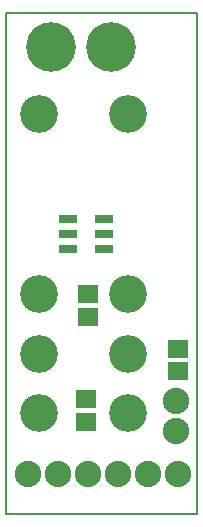
<source format=gbr>
G04 DipTrace 2.4.0.2*
%INbottommask.gbr*%
%MOIN*%
%ADD11C,0.006*%
%ADD27C,0.1655*%
%ADD29R,0.0604X0.0289*%
%ADD31C,0.1261*%
%ADD33R,0.0671X0.0592*%
%ADD35C,0.088*%
%FSLAX44Y44*%
G04*
G70*
G90*
G75*
G01*
%LNBotMask*%
%LPD*%
D35*
X4690Y5253D3*
X5690D3*
X6690D3*
X7690D3*
X8690D3*
X9690D3*
D33*
X6629Y7004D3*
Y7752D3*
X6690Y10503D3*
Y11251D3*
D35*
X9628Y6690D3*
Y7690D3*
D33*
X9692Y9440D3*
Y8692D3*
D31*
X8001Y17252D3*
X5049D3*
X8001Y11244D3*
Y9260D3*
Y7275D3*
X5049Y11244D3*
Y9260D3*
Y7275D3*
D29*
X6003Y12753D3*
Y13253D3*
Y13753D3*
X7204D3*
Y13253D3*
Y12753D3*
D27*
X5440Y19504D3*
X7440D3*
%LNBoardOutline*%
X3940Y3940D2*
D11*
X10316D1*
Y20629D1*
X3940D1*
Y3940D1*
M02*

</source>
